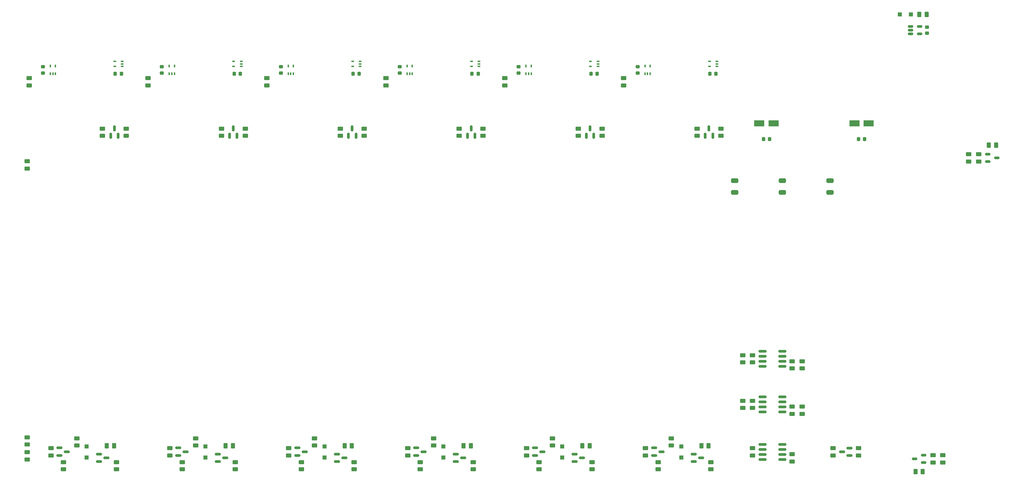
<source format=gtp>
G04 #@! TF.GenerationSoftware,KiCad,Pcbnew,8.0.9-1.fc41*
G04 #@! TF.CreationDate,2025-02-27T22:12:54+00:00*
G04 #@! TF.ProjectId,SCART_switcher,53434152-545f-4737-9769-74636865722e,rev?*
G04 #@! TF.SameCoordinates,Original*
G04 #@! TF.FileFunction,Paste,Top*
G04 #@! TF.FilePolarity,Positive*
%FSLAX46Y46*%
G04 Gerber Fmt 4.6, Leading zero omitted, Abs format (unit mm)*
G04 Created by KiCad (PCBNEW 8.0.9-1.fc41) date 2025-02-27 22:12:54*
%MOMM*%
%LPD*%
G01*
G04 APERTURE LIST*
G04 Aperture macros list*
%AMRoundRect*
0 Rectangle with rounded corners*
0 $1 Rounding radius*
0 $2 $3 $4 $5 $6 $7 $8 $9 X,Y pos of 4 corners*
0 Add a 4 corners polygon primitive as box body*
4,1,4,$2,$3,$4,$5,$6,$7,$8,$9,$2,$3,0*
0 Add four circle primitives for the rounded corners*
1,1,$1+$1,$2,$3*
1,1,$1+$1,$4,$5*
1,1,$1+$1,$6,$7*
1,1,$1+$1,$8,$9*
0 Add four rect primitives between the rounded corners*
20,1,$1+$1,$2,$3,$4,$5,0*
20,1,$1+$1,$4,$5,$6,$7,0*
20,1,$1+$1,$6,$7,$8,$9,0*
20,1,$1+$1,$8,$9,$2,$3,0*%
G04 Aperture macros list end*
%ADD10RoundRect,0.250000X0.450000X-0.262500X0.450000X0.262500X-0.450000X0.262500X-0.450000X-0.262500X0*%
%ADD11RoundRect,0.250000X0.300000X-0.300000X0.300000X0.300000X-0.300000X0.300000X-0.300000X-0.300000X0*%
%ADD12RoundRect,0.250000X-0.262500X-0.450000X0.262500X-0.450000X0.262500X0.450000X-0.262500X0.450000X0*%
%ADD13RoundRect,0.150000X0.150000X-0.587500X0.150000X0.587500X-0.150000X0.587500X-0.150000X-0.587500X0*%
%ADD14RoundRect,0.250000X0.650000X-0.325000X0.650000X0.325000X-0.650000X0.325000X-0.650000X-0.325000X0*%
%ADD15RoundRect,0.100000X0.225000X0.100000X-0.225000X0.100000X-0.225000X-0.100000X0.225000X-0.100000X0*%
%ADD16RoundRect,0.100000X0.100000X-0.225000X0.100000X0.225000X-0.100000X0.225000X-0.100000X-0.225000X0*%
%ADD17RoundRect,0.250000X-0.450000X0.262500X-0.450000X-0.262500X0.450000X-0.262500X0.450000X0.262500X0*%
%ADD18RoundRect,0.150000X-0.512500X-0.150000X0.512500X-0.150000X0.512500X0.150000X-0.512500X0.150000X0*%
%ADD19RoundRect,0.225000X0.225000X0.250000X-0.225000X0.250000X-0.225000X-0.250000X0.225000X-0.250000X0*%
%ADD20RoundRect,0.225000X-0.250000X0.225000X-0.250000X-0.225000X0.250000X-0.225000X0.250000X0.225000X0*%
%ADD21RoundRect,0.150000X-0.587500X-0.150000X0.587500X-0.150000X0.587500X0.150000X-0.587500X0.150000X0*%
%ADD22RoundRect,0.150000X0.825000X0.150000X-0.825000X0.150000X-0.825000X-0.150000X0.825000X-0.150000X0*%
%ADD23RoundRect,0.225000X-0.225000X-0.250000X0.225000X-0.250000X0.225000X0.250000X-0.225000X0.250000X0*%
%ADD24RoundRect,0.250000X0.262500X0.450000X-0.262500X0.450000X-0.262500X-0.450000X0.262500X-0.450000X0*%
%ADD25RoundRect,0.150000X0.512500X0.150000X-0.512500X0.150000X-0.512500X-0.150000X0.512500X-0.150000X0*%
%ADD26RoundRect,0.250000X1.050000X0.550000X-1.050000X0.550000X-1.050000X-0.550000X1.050000X-0.550000X0*%
%ADD27RoundRect,0.250000X-0.300000X-0.300000X0.300000X-0.300000X0.300000X0.300000X-0.300000X0.300000X0*%
%ADD28RoundRect,0.150000X0.587500X0.150000X-0.587500X0.150000X-0.587500X-0.150000X0.587500X-0.150000X0*%
G04 APERTURE END LIST*
D10*
X81500000Y-151412500D03*
X81500000Y-149587500D03*
D11*
X150500000Y-151900000D03*
X150500000Y-149100000D03*
D10*
X218750000Y-151412500D03*
X218750000Y-149587500D03*
D12*
X65587500Y-149000000D03*
X67412500Y-149000000D03*
D13*
X36550000Y-70687500D03*
X38450000Y-70687500D03*
X37500000Y-68812500D03*
D14*
X194000000Y-84975000D03*
X194000000Y-82025000D03*
D15*
X189500000Y-53150000D03*
X189500000Y-52500000D03*
X189500000Y-51850000D03*
X187600000Y-51850000D03*
X187600000Y-53150000D03*
D16*
X141350000Y-54950000D03*
X142000000Y-54950000D03*
X142650000Y-54950000D03*
X142650000Y-53050000D03*
X141350000Y-53050000D03*
D17*
X198500000Y-126087500D03*
X198500000Y-127912500D03*
D18*
X238362500Y-43050000D03*
X238362500Y-44000000D03*
X238362500Y-44950000D03*
X240637500Y-44950000D03*
X240637500Y-43050000D03*
D15*
X159500000Y-53150000D03*
X159500000Y-52500000D03*
X159500000Y-51850000D03*
X157600000Y-51850000D03*
X157600000Y-53150000D03*
D17*
X15500000Y-146837500D03*
X15500000Y-148662500D03*
X198500000Y-137587500D03*
X198500000Y-139412500D03*
D19*
X202775000Y-71500000D03*
X201225000Y-71500000D03*
D20*
X109500000Y-53225000D03*
X109500000Y-54775000D03*
D10*
X38000000Y-154912500D03*
X38000000Y-153087500D03*
D11*
X90500000Y-151900000D03*
X90500000Y-149100000D03*
D17*
X244000000Y-151337500D03*
X244000000Y-153162500D03*
D11*
X120500000Y-151900000D03*
X120500000Y-149100000D03*
D10*
X84650000Y-154912500D03*
X84650000Y-153087500D03*
D15*
X129500000Y-53150000D03*
X129500000Y-52500000D03*
X129500000Y-51850000D03*
X127600000Y-51850000D03*
X127600000Y-53150000D03*
D11*
X60500000Y-151900000D03*
X60500000Y-149100000D03*
D21*
X63625000Y-151050000D03*
X63625000Y-152950000D03*
X65500000Y-152000000D03*
X53625000Y-149500000D03*
X53625000Y-151400000D03*
X55500000Y-150450000D03*
X183625000Y-151050000D03*
X183625000Y-152950000D03*
X185500000Y-152000000D03*
D17*
X225250000Y-149587500D03*
X225250000Y-151412500D03*
D12*
X35587500Y-149000000D03*
X37412500Y-149000000D03*
D10*
X184500000Y-70662500D03*
X184500000Y-68837500D03*
X28000000Y-148912500D03*
X28000000Y-147087500D03*
X88000000Y-148912500D03*
X88000000Y-147087500D03*
X54650000Y-154912500D03*
X54650000Y-153087500D03*
D17*
X15500000Y-150587500D03*
X15500000Y-152412500D03*
D22*
X205975000Y-128905000D03*
X205975000Y-127635000D03*
X205975000Y-126365000D03*
X205975000Y-125095000D03*
X201025000Y-125095000D03*
X201025000Y-126365000D03*
X201025000Y-127635000D03*
X201025000Y-128905000D03*
D15*
X99500000Y-53150000D03*
X99500000Y-52500000D03*
X99500000Y-51850000D03*
X97600000Y-51850000D03*
X97600000Y-53150000D03*
D10*
X178000000Y-148912500D03*
X178000000Y-147087500D03*
X174650000Y-154912500D03*
X174650000Y-153087500D03*
D23*
X187725000Y-55000000D03*
X189275000Y-55000000D03*
D10*
X158000000Y-154912500D03*
X158000000Y-153087500D03*
X24650000Y-154912500D03*
X24650000Y-153087500D03*
D11*
X30500000Y-151900000D03*
X30500000Y-149100000D03*
D16*
X81350000Y-54950000D03*
X82000000Y-54950000D03*
X82650000Y-54950000D03*
X82650000Y-53050000D03*
X81350000Y-53050000D03*
D10*
X154500000Y-70662500D03*
X154500000Y-68837500D03*
D20*
X49500000Y-53225000D03*
X49500000Y-54775000D03*
D17*
X253000000Y-75337500D03*
X253000000Y-77162500D03*
D10*
X196000000Y-139412500D03*
X196000000Y-137587500D03*
D13*
X66550000Y-70687500D03*
X68450000Y-70687500D03*
X67500000Y-68812500D03*
D24*
X241412500Y-155500000D03*
X239587500Y-155500000D03*
D21*
X33625000Y-151050000D03*
X33625000Y-152950000D03*
X35500000Y-152000000D03*
D10*
X114650000Y-154912500D03*
X114650000Y-153087500D03*
X68000000Y-154912500D03*
X68000000Y-153087500D03*
D21*
X113625000Y-149500000D03*
X113625000Y-151400000D03*
X115500000Y-150450000D03*
D18*
X257862500Y-75300000D03*
X257862500Y-77200000D03*
X260137500Y-76250000D03*
D21*
X173625000Y-149500000D03*
X173625000Y-151400000D03*
X175500000Y-150450000D03*
D14*
X206000000Y-84975000D03*
X206000000Y-82025000D03*
D15*
X69500000Y-53150000D03*
X69500000Y-52500000D03*
X69500000Y-51850000D03*
X67600000Y-51850000D03*
X67600000Y-53150000D03*
D25*
X241637500Y-153200000D03*
X241637500Y-151300000D03*
X239362500Y-152250000D03*
D13*
X126550000Y-70687500D03*
X128450000Y-70687500D03*
X127500000Y-68812500D03*
D12*
X155587500Y-149000000D03*
X157412500Y-149000000D03*
D16*
X51350000Y-54950000D03*
X52000000Y-54950000D03*
X52650000Y-54950000D03*
X52650000Y-53050000D03*
X51350000Y-53050000D03*
D17*
X208500000Y-127587500D03*
X208500000Y-129412500D03*
D23*
X97725000Y-55000000D03*
X99275000Y-55000000D03*
D10*
X128000000Y-154912500D03*
X128000000Y-153087500D03*
D17*
X40500000Y-68837500D03*
X40500000Y-70662500D03*
X130500000Y-68837500D03*
X130500000Y-70662500D03*
D10*
X118000000Y-148912500D03*
X118000000Y-147087500D03*
D13*
X96550000Y-70687500D03*
X98450000Y-70687500D03*
X97500000Y-68812500D03*
D21*
X23625000Y-149500000D03*
X23625000Y-151400000D03*
X25500000Y-150450000D03*
D16*
X171350000Y-54950000D03*
X172000000Y-54950000D03*
X172650000Y-54950000D03*
X172650000Y-53050000D03*
X171350000Y-53050000D03*
D23*
X67725000Y-55000000D03*
X69275000Y-55000000D03*
D10*
X98000000Y-154912500D03*
X98000000Y-153087500D03*
D12*
X185587500Y-149000000D03*
X187412500Y-149000000D03*
D17*
X208500000Y-151087500D03*
X208500000Y-152912500D03*
X190500000Y-68837500D03*
X190500000Y-70662500D03*
D10*
X16000000Y-57912500D03*
X16000000Y-56087500D03*
X255500000Y-77162500D03*
X255500000Y-75337500D03*
D17*
X70500000Y-68837500D03*
X70500000Y-70662500D03*
D21*
X83625000Y-149500000D03*
X83625000Y-151400000D03*
X85500000Y-150450000D03*
D10*
X21500000Y-151412500D03*
X21500000Y-149587500D03*
D20*
X19500000Y-53225000D03*
X19500000Y-54775000D03*
D26*
X203800000Y-67500000D03*
X200200000Y-67500000D03*
D27*
X235600000Y-40000000D03*
X238400000Y-40000000D03*
D13*
X156550000Y-70687500D03*
X158450000Y-70687500D03*
X157500000Y-68812500D03*
D10*
X211000000Y-140912500D03*
X211000000Y-139087500D03*
D17*
X100500000Y-68837500D03*
X100500000Y-70662500D03*
D10*
X58000000Y-148912500D03*
X58000000Y-147087500D03*
X166000000Y-57912500D03*
X166000000Y-56087500D03*
D17*
X198500000Y-149587500D03*
X198500000Y-151412500D03*
D10*
X106000000Y-57912500D03*
X106000000Y-56087500D03*
D21*
X123625000Y-151050000D03*
X123625000Y-152950000D03*
X125500000Y-152000000D03*
D12*
X95587500Y-149000000D03*
X97412500Y-149000000D03*
D10*
X141500000Y-151412500D03*
X141500000Y-149587500D03*
X34500000Y-70662500D03*
X34500000Y-68837500D03*
X51500000Y-151412500D03*
X51500000Y-149587500D03*
D16*
X111350000Y-54950000D03*
X112000000Y-54950000D03*
X112650000Y-54950000D03*
X112650000Y-53050000D03*
X111350000Y-53050000D03*
D10*
X211000000Y-129412500D03*
X211000000Y-127587500D03*
D21*
X153625000Y-151050000D03*
X153625000Y-152950000D03*
X155500000Y-152000000D03*
D20*
X139500000Y-53225000D03*
X139500000Y-54775000D03*
D22*
X205975000Y-140405000D03*
X205975000Y-139135000D03*
X205975000Y-137865000D03*
X205975000Y-136595000D03*
X201025000Y-136595000D03*
X201025000Y-137865000D03*
X201025000Y-139135000D03*
X201025000Y-140405000D03*
D28*
X222937500Y-151450000D03*
X222937500Y-149550000D03*
X221062500Y-150500000D03*
D10*
X196000000Y-127912500D03*
X196000000Y-126087500D03*
D15*
X39500000Y-53150000D03*
X39500000Y-52500000D03*
X39500000Y-51850000D03*
X37600000Y-51850000D03*
X37600000Y-53150000D03*
D23*
X37725000Y-55000000D03*
X39275000Y-55000000D03*
X157725000Y-55000000D03*
X159275000Y-55000000D03*
D10*
X124500000Y-70662500D03*
X124500000Y-68837500D03*
D17*
X208500000Y-139087500D03*
X208500000Y-140912500D03*
X15500000Y-77087500D03*
X15500000Y-78912500D03*
D10*
X171500000Y-151412500D03*
X171500000Y-149587500D03*
X111500000Y-151412500D03*
X111500000Y-149587500D03*
D24*
X242412500Y-40000000D03*
X240587500Y-40000000D03*
D11*
X180500000Y-151900000D03*
X180500000Y-149100000D03*
D12*
X125587500Y-149000000D03*
X127412500Y-149000000D03*
D20*
X79500000Y-53225000D03*
X79500000Y-54775000D03*
D16*
X21350000Y-54950000D03*
X22000000Y-54950000D03*
X22650000Y-54950000D03*
X22650000Y-53050000D03*
X21350000Y-53050000D03*
D10*
X64500000Y-70662500D03*
X64500000Y-68837500D03*
X144650000Y-154912500D03*
X144650000Y-153087500D03*
X94500000Y-70662500D03*
X94500000Y-68837500D03*
D13*
X186550000Y-70687500D03*
X188450000Y-70687500D03*
X187500000Y-68812500D03*
D17*
X160500000Y-68837500D03*
X160500000Y-70662500D03*
D22*
X205975000Y-152405000D03*
X205975000Y-151135000D03*
X205975000Y-149865000D03*
X205975000Y-148595000D03*
X201025000Y-148595000D03*
X201025000Y-149865000D03*
X201025000Y-151135000D03*
X201025000Y-152405000D03*
D10*
X76000000Y-57912500D03*
X76000000Y-56087500D03*
D14*
X218000000Y-84975000D03*
X218000000Y-82025000D03*
D10*
X246500000Y-153162500D03*
X246500000Y-151337500D03*
D26*
X227800000Y-67500000D03*
X224200000Y-67500000D03*
D10*
X188000000Y-154912500D03*
X188000000Y-153087500D03*
D19*
X226775000Y-71500000D03*
X225225000Y-71500000D03*
D12*
X258087500Y-73000000D03*
X259912500Y-73000000D03*
D20*
X169500000Y-53225000D03*
X169500000Y-54775000D03*
D21*
X93625000Y-151050000D03*
X93625000Y-152950000D03*
X95500000Y-152000000D03*
D20*
X242500000Y-43225000D03*
X242500000Y-44775000D03*
D23*
X127725000Y-55000000D03*
X129275000Y-55000000D03*
D10*
X46000000Y-57912500D03*
X46000000Y-56087500D03*
X148000000Y-148912500D03*
X148000000Y-147087500D03*
D21*
X143625000Y-149500000D03*
X143625000Y-151400000D03*
X145500000Y-150450000D03*
D10*
X136000000Y-57912500D03*
X136000000Y-56087500D03*
M02*

</source>
